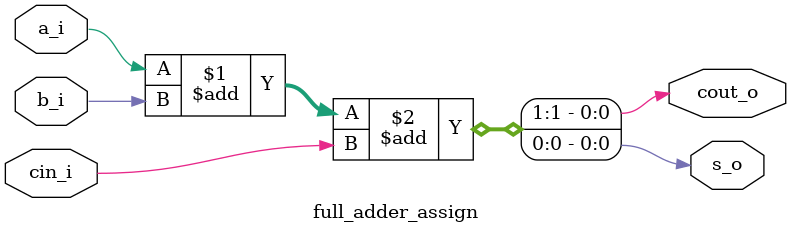
<source format=v>
`timescale 1ns / 1ps


module full_adder_assign
(
input a_i,
input b_i,
input cin_i,
output s_o,
output cout_o
);

// xor G1 (s_o,a_i,b_i,cin_i);
// and G2 (and1,a_i,b_i);
// and G3 (and2,a_i,cin_i);
// and G4 (and3,b_i,cin_i);
// or G5 (cout_o,and1,and2,and3);

assign {cout_o,s_o} = a_i + b_i + cin_i;

endmodule
</source>
